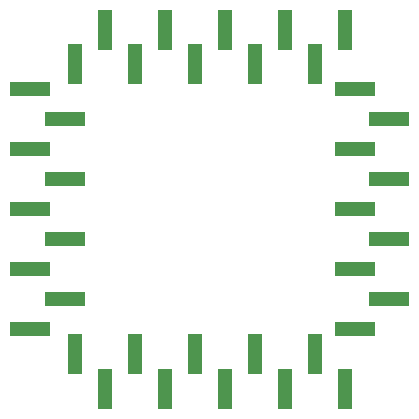
<source format=gbr>
G04 #@! TF.FileFunction,Paste,Bot*
%FSLAX46Y46*%
G04 Gerber Fmt 4.6, Leading zero omitted, Abs format (unit mm)*
G04 Created by KiCad (PCBNEW 4.0.5) date Thu Feb 16 13:03:40 2017*
%MOMM*%
%LPD*%
G01*
G04 APERTURE LIST*
%ADD10C,0.100000*%
%ADD11R,3.430000X1.270000*%
%ADD12R,1.270000X3.430000*%
G04 APERTURE END LIST*
D10*
D11*
X-190000Y4840000D03*
X-190000Y9920000D03*
X2730000Y7380000D03*
X2730000Y12460000D03*
X2730000Y17540000D03*
X2730000Y22620000D03*
X-190000Y15000000D03*
X-190000Y20080000D03*
X-190000Y25160000D03*
D12*
X26430000Y-190000D03*
X23890000Y2730000D03*
X18810000Y2730000D03*
X21350000Y-190000D03*
X16270000Y-190000D03*
X11190000Y-190000D03*
X6110000Y-190000D03*
X13730000Y2730000D03*
X8650000Y2730000D03*
X3570000Y2730000D03*
D11*
X27270000Y4840000D03*
X27270000Y9920000D03*
X30190000Y7380000D03*
X30190000Y12460000D03*
X30190000Y17540000D03*
X30190000Y22620000D03*
X27270000Y15000000D03*
X27270000Y20080000D03*
X27270000Y25160000D03*
D12*
X26430000Y30190000D03*
X23890000Y27270000D03*
X18810000Y27270000D03*
X21350000Y30190000D03*
X16270000Y30190000D03*
X11190000Y30190000D03*
X6110000Y30190000D03*
X13730000Y27270000D03*
X8650000Y27270000D03*
X3570000Y27270000D03*
M02*

</source>
